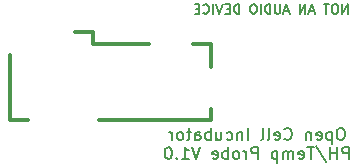
<source format=gbo>
G04 #@! TF.FileFunction,Legend,Bot*
%FSLAX46Y46*%
G04 Gerber Fmt 4.6, Leading zero omitted, Abs format (unit mm)*
G04 Created by KiCad (PCBNEW 4.0.1-3.201512221402+6198~38~ubuntu14.04.1-stable) date Wed 27 Jan 2016 01:24:07 PM EST*
%MOMM*%
G01*
G04 APERTURE LIST*
%ADD10C,0.100000*%
%ADD11C,0.150000*%
%ADD12C,0.200000*%
%ADD13C,0.300000*%
G04 APERTURE END LIST*
D10*
D11*
X179157142Y-98461905D02*
X179157142Y-97661905D01*
X178699999Y-98461905D01*
X178699999Y-97661905D01*
X178166666Y-97661905D02*
X178014285Y-97661905D01*
X177938094Y-97700000D01*
X177861904Y-97776190D01*
X177823809Y-97928571D01*
X177823809Y-98195238D01*
X177861904Y-98347619D01*
X177938094Y-98423810D01*
X178014285Y-98461905D01*
X178166666Y-98461905D01*
X178242856Y-98423810D01*
X178319047Y-98347619D01*
X178357142Y-98195238D01*
X178357142Y-97928571D01*
X178319047Y-97776190D01*
X178242856Y-97700000D01*
X178166666Y-97661905D01*
X177595238Y-97661905D02*
X177138095Y-97661905D01*
X177366666Y-98461905D02*
X177366666Y-97661905D01*
X176299999Y-98233333D02*
X175919047Y-98233333D01*
X176376190Y-98461905D02*
X176109523Y-97661905D01*
X175842856Y-98461905D01*
X175576190Y-98461905D02*
X175576190Y-97661905D01*
X175119047Y-98461905D01*
X175119047Y-97661905D01*
X174166666Y-98233333D02*
X173785714Y-98233333D01*
X174242857Y-98461905D02*
X173976190Y-97661905D01*
X173709523Y-98461905D01*
X173442857Y-97661905D02*
X173442857Y-98309524D01*
X173404762Y-98385714D01*
X173366666Y-98423810D01*
X173290476Y-98461905D01*
X173138095Y-98461905D01*
X173061904Y-98423810D01*
X173023809Y-98385714D01*
X172985714Y-98309524D01*
X172985714Y-97661905D01*
X172604762Y-98461905D02*
X172604762Y-97661905D01*
X172414286Y-97661905D01*
X172300000Y-97700000D01*
X172223809Y-97776190D01*
X172185714Y-97852381D01*
X172147619Y-98004762D01*
X172147619Y-98119048D01*
X172185714Y-98271429D01*
X172223809Y-98347619D01*
X172300000Y-98423810D01*
X172414286Y-98461905D01*
X172604762Y-98461905D01*
X171804762Y-98461905D02*
X171804762Y-97661905D01*
X171271429Y-97661905D02*
X171119048Y-97661905D01*
X171042857Y-97700000D01*
X170966667Y-97776190D01*
X170928572Y-97928571D01*
X170928572Y-98195238D01*
X170966667Y-98347619D01*
X171042857Y-98423810D01*
X171119048Y-98461905D01*
X171271429Y-98461905D01*
X171347619Y-98423810D01*
X171423810Y-98347619D01*
X171461905Y-98195238D01*
X171461905Y-97928571D01*
X171423810Y-97776190D01*
X171347619Y-97700000D01*
X171271429Y-97661905D01*
X169976191Y-98461905D02*
X169976191Y-97661905D01*
X169785715Y-97661905D01*
X169671429Y-97700000D01*
X169595238Y-97776190D01*
X169557143Y-97852381D01*
X169519048Y-98004762D01*
X169519048Y-98119048D01*
X169557143Y-98271429D01*
X169595238Y-98347619D01*
X169671429Y-98423810D01*
X169785715Y-98461905D01*
X169976191Y-98461905D01*
X169176191Y-98042857D02*
X168909524Y-98042857D01*
X168795238Y-98461905D02*
X169176191Y-98461905D01*
X169176191Y-97661905D01*
X168795238Y-97661905D01*
X168566667Y-97661905D02*
X168300000Y-98461905D01*
X168033333Y-97661905D01*
X167766667Y-98461905D02*
X167766667Y-97661905D01*
X166928572Y-98385714D02*
X166966667Y-98423810D01*
X167080953Y-98461905D01*
X167157143Y-98461905D01*
X167271429Y-98423810D01*
X167347620Y-98347619D01*
X167385715Y-98271429D01*
X167423810Y-98119048D01*
X167423810Y-98004762D01*
X167385715Y-97852381D01*
X167347620Y-97776190D01*
X167271429Y-97700000D01*
X167157143Y-97661905D01*
X167080953Y-97661905D01*
X166966667Y-97700000D01*
X166928572Y-97738095D01*
X166585715Y-98042857D02*
X166319048Y-98042857D01*
X166204762Y-98461905D02*
X166585715Y-98461905D01*
X166585715Y-97661905D01*
X166204762Y-97661905D01*
D12*
X178666668Y-108152381D02*
X178476191Y-108152381D01*
X178380953Y-108200000D01*
X178285715Y-108295238D01*
X178238096Y-108485714D01*
X178238096Y-108819048D01*
X178285715Y-109009524D01*
X178380953Y-109104762D01*
X178476191Y-109152381D01*
X178666668Y-109152381D01*
X178761906Y-109104762D01*
X178857144Y-109009524D01*
X178904763Y-108819048D01*
X178904763Y-108485714D01*
X178857144Y-108295238D01*
X178761906Y-108200000D01*
X178666668Y-108152381D01*
X177809525Y-108485714D02*
X177809525Y-109485714D01*
X177809525Y-108533333D02*
X177714287Y-108485714D01*
X177523810Y-108485714D01*
X177428572Y-108533333D01*
X177380953Y-108580952D01*
X177333334Y-108676190D01*
X177333334Y-108961905D01*
X177380953Y-109057143D01*
X177428572Y-109104762D01*
X177523810Y-109152381D01*
X177714287Y-109152381D01*
X177809525Y-109104762D01*
X176523810Y-109104762D02*
X176619048Y-109152381D01*
X176809525Y-109152381D01*
X176904763Y-109104762D01*
X176952382Y-109009524D01*
X176952382Y-108628571D01*
X176904763Y-108533333D01*
X176809525Y-108485714D01*
X176619048Y-108485714D01*
X176523810Y-108533333D01*
X176476191Y-108628571D01*
X176476191Y-108723810D01*
X176952382Y-108819048D01*
X176047620Y-108485714D02*
X176047620Y-109152381D01*
X176047620Y-108580952D02*
X176000001Y-108533333D01*
X175904763Y-108485714D01*
X175761905Y-108485714D01*
X175666667Y-108533333D01*
X175619048Y-108628571D01*
X175619048Y-109152381D01*
X173809524Y-109057143D02*
X173857143Y-109104762D01*
X174000000Y-109152381D01*
X174095238Y-109152381D01*
X174238096Y-109104762D01*
X174333334Y-109009524D01*
X174380953Y-108914286D01*
X174428572Y-108723810D01*
X174428572Y-108580952D01*
X174380953Y-108390476D01*
X174333334Y-108295238D01*
X174238096Y-108200000D01*
X174095238Y-108152381D01*
X174000000Y-108152381D01*
X173857143Y-108200000D01*
X173809524Y-108247619D01*
X173000000Y-109104762D02*
X173095238Y-109152381D01*
X173285715Y-109152381D01*
X173380953Y-109104762D01*
X173428572Y-109009524D01*
X173428572Y-108628571D01*
X173380953Y-108533333D01*
X173285715Y-108485714D01*
X173095238Y-108485714D01*
X173000000Y-108533333D01*
X172952381Y-108628571D01*
X172952381Y-108723810D01*
X173428572Y-108819048D01*
X172380953Y-109152381D02*
X172476191Y-109104762D01*
X172523810Y-109009524D01*
X172523810Y-108152381D01*
X171857143Y-109152381D02*
X171952381Y-109104762D01*
X172000000Y-109009524D01*
X172000000Y-108152381D01*
X170714285Y-109152381D02*
X170714285Y-108152381D01*
X170238095Y-108485714D02*
X170238095Y-109152381D01*
X170238095Y-108580952D02*
X170190476Y-108533333D01*
X170095238Y-108485714D01*
X169952380Y-108485714D01*
X169857142Y-108533333D01*
X169809523Y-108628571D01*
X169809523Y-109152381D01*
X168904761Y-109104762D02*
X168999999Y-109152381D01*
X169190476Y-109152381D01*
X169285714Y-109104762D01*
X169333333Y-109057143D01*
X169380952Y-108961905D01*
X169380952Y-108676190D01*
X169333333Y-108580952D01*
X169285714Y-108533333D01*
X169190476Y-108485714D01*
X168999999Y-108485714D01*
X168904761Y-108533333D01*
X168047618Y-108485714D02*
X168047618Y-109152381D01*
X168476190Y-108485714D02*
X168476190Y-109009524D01*
X168428571Y-109104762D01*
X168333333Y-109152381D01*
X168190475Y-109152381D01*
X168095237Y-109104762D01*
X168047618Y-109057143D01*
X167571428Y-109152381D02*
X167571428Y-108152381D01*
X167571428Y-108533333D02*
X167476190Y-108485714D01*
X167285713Y-108485714D01*
X167190475Y-108533333D01*
X167142856Y-108580952D01*
X167095237Y-108676190D01*
X167095237Y-108961905D01*
X167142856Y-109057143D01*
X167190475Y-109104762D01*
X167285713Y-109152381D01*
X167476190Y-109152381D01*
X167571428Y-109104762D01*
X166238094Y-109152381D02*
X166238094Y-108628571D01*
X166285713Y-108533333D01*
X166380951Y-108485714D01*
X166571428Y-108485714D01*
X166666666Y-108533333D01*
X166238094Y-109104762D02*
X166333332Y-109152381D01*
X166571428Y-109152381D01*
X166666666Y-109104762D01*
X166714285Y-109009524D01*
X166714285Y-108914286D01*
X166666666Y-108819048D01*
X166571428Y-108771429D01*
X166333332Y-108771429D01*
X166238094Y-108723810D01*
X165904761Y-108485714D02*
X165523809Y-108485714D01*
X165761904Y-108152381D02*
X165761904Y-109009524D01*
X165714285Y-109104762D01*
X165619047Y-109152381D01*
X165523809Y-109152381D01*
X165047618Y-109152381D02*
X165142856Y-109104762D01*
X165190475Y-109057143D01*
X165238094Y-108961905D01*
X165238094Y-108676190D01*
X165190475Y-108580952D01*
X165142856Y-108533333D01*
X165047618Y-108485714D01*
X164904760Y-108485714D01*
X164809522Y-108533333D01*
X164761903Y-108580952D01*
X164714284Y-108676190D01*
X164714284Y-108961905D01*
X164761903Y-109057143D01*
X164809522Y-109104762D01*
X164904760Y-109152381D01*
X165047618Y-109152381D01*
X164285713Y-109152381D02*
X164285713Y-108485714D01*
X164285713Y-108676190D02*
X164238094Y-108580952D01*
X164190475Y-108533333D01*
X164095237Y-108485714D01*
X163999998Y-108485714D01*
X179261905Y-110752381D02*
X179261905Y-109752381D01*
X178880952Y-109752381D01*
X178785714Y-109800000D01*
X178738095Y-109847619D01*
X178690476Y-109942857D01*
X178690476Y-110085714D01*
X178738095Y-110180952D01*
X178785714Y-110228571D01*
X178880952Y-110276190D01*
X179261905Y-110276190D01*
X178261905Y-110752381D02*
X178261905Y-109752381D01*
X178261905Y-110228571D02*
X177690476Y-110228571D01*
X177690476Y-110752381D02*
X177690476Y-109752381D01*
X176500000Y-109704762D02*
X177357143Y-110990476D01*
X176309524Y-109752381D02*
X175738095Y-109752381D01*
X176023810Y-110752381D02*
X176023810Y-109752381D01*
X175023809Y-110704762D02*
X175119047Y-110752381D01*
X175309524Y-110752381D01*
X175404762Y-110704762D01*
X175452381Y-110609524D01*
X175452381Y-110228571D01*
X175404762Y-110133333D01*
X175309524Y-110085714D01*
X175119047Y-110085714D01*
X175023809Y-110133333D01*
X174976190Y-110228571D01*
X174976190Y-110323810D01*
X175452381Y-110419048D01*
X174547619Y-110752381D02*
X174547619Y-110085714D01*
X174547619Y-110180952D02*
X174500000Y-110133333D01*
X174404762Y-110085714D01*
X174261904Y-110085714D01*
X174166666Y-110133333D01*
X174119047Y-110228571D01*
X174119047Y-110752381D01*
X174119047Y-110228571D02*
X174071428Y-110133333D01*
X173976190Y-110085714D01*
X173833333Y-110085714D01*
X173738095Y-110133333D01*
X173690476Y-110228571D01*
X173690476Y-110752381D01*
X173214286Y-110085714D02*
X173214286Y-111085714D01*
X173214286Y-110133333D02*
X173119048Y-110085714D01*
X172928571Y-110085714D01*
X172833333Y-110133333D01*
X172785714Y-110180952D01*
X172738095Y-110276190D01*
X172738095Y-110561905D01*
X172785714Y-110657143D01*
X172833333Y-110704762D01*
X172928571Y-110752381D01*
X173119048Y-110752381D01*
X173214286Y-110704762D01*
X171547619Y-110752381D02*
X171547619Y-109752381D01*
X171166666Y-109752381D01*
X171071428Y-109800000D01*
X171023809Y-109847619D01*
X170976190Y-109942857D01*
X170976190Y-110085714D01*
X171023809Y-110180952D01*
X171071428Y-110228571D01*
X171166666Y-110276190D01*
X171547619Y-110276190D01*
X170547619Y-110752381D02*
X170547619Y-110085714D01*
X170547619Y-110276190D02*
X170500000Y-110180952D01*
X170452381Y-110133333D01*
X170357143Y-110085714D01*
X170261904Y-110085714D01*
X169785714Y-110752381D02*
X169880952Y-110704762D01*
X169928571Y-110657143D01*
X169976190Y-110561905D01*
X169976190Y-110276190D01*
X169928571Y-110180952D01*
X169880952Y-110133333D01*
X169785714Y-110085714D01*
X169642856Y-110085714D01*
X169547618Y-110133333D01*
X169499999Y-110180952D01*
X169452380Y-110276190D01*
X169452380Y-110561905D01*
X169499999Y-110657143D01*
X169547618Y-110704762D01*
X169642856Y-110752381D01*
X169785714Y-110752381D01*
X169023809Y-110752381D02*
X169023809Y-109752381D01*
X169023809Y-110133333D02*
X168928571Y-110085714D01*
X168738094Y-110085714D01*
X168642856Y-110133333D01*
X168595237Y-110180952D01*
X168547618Y-110276190D01*
X168547618Y-110561905D01*
X168595237Y-110657143D01*
X168642856Y-110704762D01*
X168738094Y-110752381D01*
X168928571Y-110752381D01*
X169023809Y-110704762D01*
X167738094Y-110704762D02*
X167833332Y-110752381D01*
X168023809Y-110752381D01*
X168119047Y-110704762D01*
X168166666Y-110609524D01*
X168166666Y-110228571D01*
X168119047Y-110133333D01*
X168023809Y-110085714D01*
X167833332Y-110085714D01*
X167738094Y-110133333D01*
X167690475Y-110228571D01*
X167690475Y-110323810D01*
X168166666Y-110419048D01*
X166642856Y-109752381D02*
X166309523Y-110752381D01*
X165976189Y-109752381D01*
X165119046Y-110752381D02*
X165690475Y-110752381D01*
X165404761Y-110752381D02*
X165404761Y-109752381D01*
X165499999Y-109895238D01*
X165595237Y-109990476D01*
X165690475Y-110038095D01*
X164690475Y-110657143D02*
X164642856Y-110704762D01*
X164690475Y-110752381D01*
X164738094Y-110704762D01*
X164690475Y-110657143D01*
X164690475Y-110752381D01*
X164023809Y-109752381D02*
X163928570Y-109752381D01*
X163833332Y-109800000D01*
X163785713Y-109847619D01*
X163738094Y-109942857D01*
X163690475Y-110133333D01*
X163690475Y-110371429D01*
X163738094Y-110561905D01*
X163785713Y-110657143D01*
X163833332Y-110704762D01*
X163928570Y-110752381D01*
X164023809Y-110752381D01*
X164119047Y-110704762D01*
X164166666Y-110657143D01*
X164214285Y-110561905D01*
X164261904Y-110371429D01*
X164261904Y-110133333D01*
X164214285Y-109942857D01*
X164166666Y-109847619D01*
X164119047Y-109800000D01*
X164023809Y-109752381D01*
D13*
X150600000Y-102000000D02*
X150600000Y-107500000D01*
X150600000Y-107500000D02*
X152100000Y-107500000D01*
X162350000Y-101000000D02*
X157600000Y-101000000D01*
X157600000Y-101000000D02*
X157600000Y-100000000D01*
X157600000Y-100000000D02*
X156100000Y-100000000D01*
X167600000Y-103000000D02*
X167600000Y-101000000D01*
X167600000Y-101000000D02*
X166100000Y-101000000D01*
X158100000Y-107500000D02*
X167600000Y-107500000D01*
X167600000Y-107500000D02*
X167600000Y-106500000D01*
M02*

</source>
